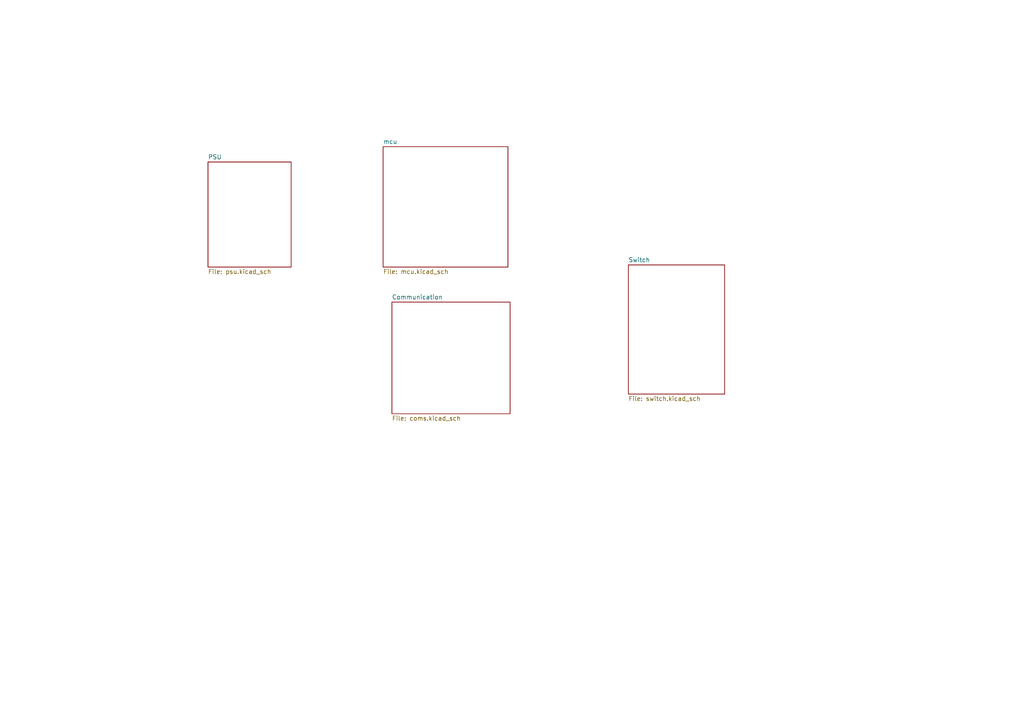
<source format=kicad_sch>
(kicad_sch (version 20230121) (generator eeschema)
  (paper "A4")
  (title_block (title "M-Sens - Swich Board") (date "2024-12-19") (rev "1.0") (company "Manul Technologies"))
  (lib_symbols)
  (sheet (at 60.325 46.99) (size 24.13 30.48) (stroke (width 0.1524))
    (property "Sheetname" "PSU" (at 60.325 46.2784 0) (effects (justify left bottom)))
    (property "Sheetfile" "psu.kicad_sch" (at 60.325 78.0546 0) (effects (justify left top)))
  )
  (sheet (at 182.245 76.835) (size 27.94 37.465) (stroke (width 0.1524))
    (property "Sheetname" "Switch" (at 182.245 76.1234 0) (effects (justify left bottom)))
    (property "Sheetfile" "switch.kicad_sch" (at 182.245 114.8846 0) (effects (justify left top)))
  )
  (sheet (at 113.665 87.63) (size 34.29 32.385) (stroke (width 0.1524))
    (property "Sheetname" "Communication" (at 113.665 86.9184 0) (effects (justify left bottom)))
    (property "Sheetfile" "coms.kicad_sch" (at 113.665 120.5996 0) (effects (justify left top)))
  )
  (sheet (at 111.125 42.545) (size 36.195 34.925) (stroke (width 0.1524))
    (property "Sheetname" "mcu" (at 111.125 41.8334 0) (effects (justify left bottom)))
    (property "Sheetfile" "mcu.kicad_sch" (at 111.125 78.0546 0) (effects (justify left top)))
  )
)
</source>
